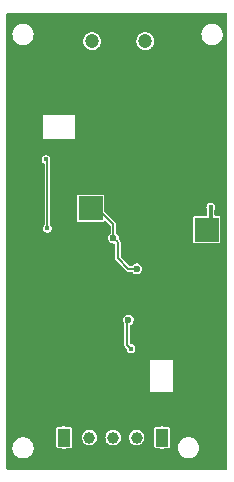
<source format=gbr>
%TF.GenerationSoftware,KiCad,Pcbnew,(6.0.2-0)*%
%TF.CreationDate,2022-03-31T23:17:21+02:00*%
%TF.ProjectId,BadPico,42616450-6963-46f2-9e6b-696361645f70,rev?*%
%TF.SameCoordinates,Original*%
%TF.FileFunction,Copper,L2,Bot*%
%TF.FilePolarity,Positive*%
%FSLAX46Y46*%
G04 Gerber Fmt 4.6, Leading zero omitted, Abs format (unit mm)*
G04 Created by KiCad (PCBNEW (6.0.2-0)) date 2022-03-31 23:17:21*
%MOMM*%
%LPD*%
G01*
G04 APERTURE LIST*
%TA.AperFunction,WasherPad*%
%ADD10R,1.000000X1.500000*%
%TD*%
%TA.AperFunction,ComponentPad*%
%ADD11C,1.000000*%
%TD*%
%TA.AperFunction,ComponentPad*%
%ADD12C,0.600000*%
%TD*%
%TA.AperFunction,WasherPad*%
%ADD13C,1.200000*%
%TD*%
%TA.AperFunction,ComponentPad*%
%ADD14O,1.200000X4.012500*%
%TD*%
%TA.AperFunction,SMDPad,CuDef*%
%ADD15R,2.000000X2.000000*%
%TD*%
%TA.AperFunction,ViaPad*%
%ADD16C,0.400000*%
%TD*%
%TA.AperFunction,ViaPad*%
%ADD17C,0.600000*%
%TD*%
%TA.AperFunction,Conductor*%
%ADD18C,0.300000*%
%TD*%
%TA.AperFunction,Conductor*%
%ADD19C,0.150000*%
%TD*%
%TA.AperFunction,Conductor*%
%ADD20C,0.200000*%
%TD*%
G04 APERTURE END LIST*
D10*
%TO.P,SW1,*%
%TO.N,*%
X116975000Y-66135000D03*
X108675000Y-66135000D03*
D11*
%TO.P,SW1,1,A*%
%TO.N,Net-(U3-Pad2)*%
X110825000Y-66135000D03*
%TO.P,SW1,2,B*%
%TO.N,Net-(SW1-Pad2)*%
X112825000Y-66135000D03*
%TO.P,SW1,3*%
%TO.N,N/C*%
X114825000Y-66135000D03*
%TD*%
D12*
%TO.P,U3,57,GND*%
%TO.N,GND*%
X112145000Y-55390000D03*
X114695000Y-54115000D03*
X114695000Y-55390000D03*
X113420000Y-52840000D03*
X114695000Y-52840000D03*
X113420000Y-54115000D03*
X112145000Y-52840000D03*
X113420000Y-55390000D03*
X112145000Y-54115000D03*
%TD*%
D13*
%TO.P,J1,*%
%TO.N,*%
X115550000Y-32575000D03*
X111050000Y-32575000D03*
D14*
%TO.P,J1,5,Shield*%
%TO.N,GND*%
X107600000Y-32575000D03*
X119000000Y-32575000D03*
%TD*%
D15*
%TO.P,TP4,1,1*%
%TO.N,+3V3*%
X120745000Y-48525000D03*
%TD*%
%TO.P,TP3,1,1*%
%TO.N,+1V1*%
X110920000Y-46735000D03*
%TD*%
%TO.P,TP5,1,1*%
%TO.N,GND*%
X105355000Y-53765000D03*
%TD*%
D16*
%TO.N,+3V3*%
X121105000Y-46610000D03*
%TO.N,GND*%
X120315000Y-43570000D03*
X107000000Y-55130000D03*
X113360000Y-61005000D03*
X104875000Y-62685000D03*
X116585000Y-47655000D03*
X111615000Y-62695000D03*
X110330000Y-37510000D03*
X104315000Y-41575000D03*
X121625000Y-52060000D03*
X111310000Y-58445000D03*
X111615000Y-59785000D03*
X117110000Y-42965000D03*
X106985000Y-52210000D03*
X112800000Y-46685000D03*
X114680000Y-63030000D03*
X114340000Y-61000000D03*
X118385000Y-54460000D03*
X108135000Y-62760000D03*
X109835000Y-48380000D03*
X113730000Y-47730000D03*
X119375000Y-58485000D03*
X119810000Y-43070000D03*
D17*
%TO.N,+1V1*%
X114120000Y-56185000D03*
X112859464Y-49235536D03*
D16*
X114350000Y-58605000D03*
D17*
X114825000Y-51835000D03*
D16*
%TO.N,/FLASH_SS*%
X107150000Y-42585000D03*
X107265000Y-48420000D03*
%TD*%
D18*
%TO.N,+3V3*%
X121105000Y-46610000D02*
X121105000Y-48165000D01*
X121105000Y-48165000D02*
X120745000Y-48525000D01*
D19*
%TO.N,+1V1*%
X111500000Y-46735000D02*
X110920000Y-46735000D01*
D20*
X112859464Y-49235536D02*
X113215000Y-49591072D01*
X114350000Y-58605000D02*
X114020000Y-58275000D01*
X113215000Y-49591072D02*
X113215000Y-50945000D01*
D19*
X112859464Y-49235536D02*
X112859464Y-48094464D01*
D20*
X114020000Y-56285000D02*
X114120000Y-56185000D01*
X114105000Y-51835000D02*
X114825000Y-51835000D01*
X113215000Y-50945000D02*
X114105000Y-51835000D01*
D19*
X112859464Y-48094464D02*
X111500000Y-46735000D01*
D20*
X114020000Y-58275000D02*
X114020000Y-56285000D01*
D19*
%TO.N,/FLASH_SS*%
X107265000Y-42700000D02*
X107150000Y-42585000D01*
X107265000Y-48420000D02*
X107265000Y-42700000D01*
%TD*%
%TA.AperFunction,Conductor*%
%TO.N,GND*%
G36*
X122442121Y-30170002D02*
G01*
X122488614Y-30223658D01*
X122500000Y-30276000D01*
X122500000Y-68724000D01*
X122479998Y-68792121D01*
X122426342Y-68838614D01*
X122374000Y-68850000D01*
X103926000Y-68850000D01*
X103857879Y-68829998D01*
X103811386Y-68776342D01*
X103800000Y-68724000D01*
X103800000Y-67000000D01*
X104295043Y-67000000D01*
X104295733Y-67006565D01*
X104304369Y-67088729D01*
X104314818Y-67188151D01*
X104373281Y-67368079D01*
X104376584Y-67373800D01*
X104464571Y-67526200D01*
X104464574Y-67526204D01*
X104467874Y-67531920D01*
X104594466Y-67672514D01*
X104747521Y-67783716D01*
X104753550Y-67786400D01*
X104753553Y-67786402D01*
X104890289Y-67847280D01*
X104920353Y-67860665D01*
X105105406Y-67900000D01*
X105294594Y-67900000D01*
X105479647Y-67860665D01*
X105509711Y-67847280D01*
X105646447Y-67786402D01*
X105646450Y-67786400D01*
X105652479Y-67783716D01*
X105805534Y-67672514D01*
X105932126Y-67531920D01*
X105935426Y-67526204D01*
X105935429Y-67526200D01*
X106023416Y-67373800D01*
X106026719Y-67368079D01*
X106085182Y-67188151D01*
X106095632Y-67088729D01*
X106104267Y-67006565D01*
X106104957Y-67000000D01*
X106094428Y-66899820D01*
X108024500Y-66899820D01*
X108033233Y-66943722D01*
X108040127Y-66954040D01*
X108040128Y-66954042D01*
X108059601Y-66983185D01*
X108066496Y-66993504D01*
X108076815Y-67000399D01*
X108105958Y-67019872D01*
X108105960Y-67019873D01*
X108116278Y-67026767D01*
X108160180Y-67035500D01*
X108400765Y-67035500D01*
X108454414Y-67047492D01*
X108480174Y-67059614D01*
X108487957Y-67061099D01*
X108487958Y-67061099D01*
X108627626Y-67087742D01*
X108627628Y-67087742D01*
X108635412Y-67089227D01*
X108793138Y-67079304D01*
X108908971Y-67041667D01*
X108947908Y-67035500D01*
X109189820Y-67035500D01*
X109233722Y-67026767D01*
X109244040Y-67019873D01*
X109244042Y-67019872D01*
X109273185Y-67000399D01*
X109283504Y-66993504D01*
X109290399Y-66983185D01*
X109309872Y-66954042D01*
X109309873Y-66954040D01*
X109316767Y-66943722D01*
X109325500Y-66899820D01*
X116324500Y-66899820D01*
X116333233Y-66943722D01*
X116340127Y-66954040D01*
X116340128Y-66954042D01*
X116359601Y-66983185D01*
X116366496Y-66993504D01*
X116376815Y-67000399D01*
X116405958Y-67019872D01*
X116405960Y-67019873D01*
X116416278Y-67026767D01*
X116460180Y-67035500D01*
X116700765Y-67035500D01*
X116754414Y-67047492D01*
X116780174Y-67059614D01*
X116787957Y-67061099D01*
X116787958Y-67061099D01*
X116927626Y-67087742D01*
X116927628Y-67087742D01*
X116935412Y-67089227D01*
X117093138Y-67079304D01*
X117208971Y-67041667D01*
X117247908Y-67035500D01*
X117489820Y-67035500D01*
X117533722Y-67026767D01*
X117544040Y-67019873D01*
X117544042Y-67019872D01*
X117573185Y-67000399D01*
X117573782Y-67000000D01*
X118300043Y-67000000D01*
X118300733Y-67006565D01*
X118309369Y-67088729D01*
X118319818Y-67188151D01*
X118378281Y-67368079D01*
X118381584Y-67373800D01*
X118469571Y-67526200D01*
X118469574Y-67526204D01*
X118472874Y-67531920D01*
X118599466Y-67672514D01*
X118752521Y-67783716D01*
X118758550Y-67786400D01*
X118758553Y-67786402D01*
X118895289Y-67847280D01*
X118925353Y-67860665D01*
X119110406Y-67900000D01*
X119299594Y-67900000D01*
X119484647Y-67860665D01*
X119514711Y-67847280D01*
X119651447Y-67786402D01*
X119651450Y-67786400D01*
X119657479Y-67783716D01*
X119810534Y-67672514D01*
X119937126Y-67531920D01*
X119940426Y-67526204D01*
X119940429Y-67526200D01*
X120028416Y-67373800D01*
X120031719Y-67368079D01*
X120090182Y-67188151D01*
X120100632Y-67088729D01*
X120109267Y-67006565D01*
X120109957Y-67000000D01*
X120090182Y-66811849D01*
X120031719Y-66631921D01*
X119999281Y-66575736D01*
X119940429Y-66473800D01*
X119940426Y-66473796D01*
X119937126Y-66468080D01*
X119921462Y-66450683D01*
X119814949Y-66332389D01*
X119814947Y-66332388D01*
X119810534Y-66327486D01*
X119761369Y-66291765D01*
X119662821Y-66220165D01*
X119662819Y-66220164D01*
X119657479Y-66216284D01*
X119651450Y-66213600D01*
X119651447Y-66213598D01*
X119490682Y-66142022D01*
X119490683Y-66142022D01*
X119484647Y-66139335D01*
X119299594Y-66100000D01*
X119110406Y-66100000D01*
X119017880Y-66119667D01*
X118931811Y-66137962D01*
X118931808Y-66137963D01*
X118925353Y-66139335D01*
X118858303Y-66169188D01*
X118758552Y-66213599D01*
X118758550Y-66213600D01*
X118752522Y-66216284D01*
X118599466Y-66327486D01*
X118595053Y-66332388D01*
X118595051Y-66332389D01*
X118488538Y-66450683D01*
X118472874Y-66468080D01*
X118469574Y-66473796D01*
X118469571Y-66473800D01*
X118410719Y-66575736D01*
X118378281Y-66631921D01*
X118319818Y-66811849D01*
X118300043Y-67000000D01*
X117573782Y-67000000D01*
X117583504Y-66993504D01*
X117590399Y-66983185D01*
X117609872Y-66954042D01*
X117609873Y-66954040D01*
X117616767Y-66943722D01*
X117625500Y-66899820D01*
X117625500Y-65370180D01*
X117616767Y-65326278D01*
X117609873Y-65315960D01*
X117609872Y-65315958D01*
X117590399Y-65286815D01*
X117583504Y-65276496D01*
X117573185Y-65269601D01*
X117544042Y-65250128D01*
X117544040Y-65250127D01*
X117533722Y-65243233D01*
X117489820Y-65234500D01*
X117249235Y-65234500D01*
X117195586Y-65222508D01*
X117169826Y-65210386D01*
X117162043Y-65208901D01*
X117162042Y-65208901D01*
X117022374Y-65182258D01*
X117022372Y-65182258D01*
X117014588Y-65180773D01*
X116856862Y-65190696D01*
X116758956Y-65222508D01*
X116741029Y-65228333D01*
X116702092Y-65234500D01*
X116460180Y-65234500D01*
X116416278Y-65243233D01*
X116405960Y-65250127D01*
X116405958Y-65250128D01*
X116376815Y-65269601D01*
X116366496Y-65276496D01*
X116359601Y-65286815D01*
X116340128Y-65315958D01*
X116340127Y-65315960D01*
X116333233Y-65326278D01*
X116324500Y-65370180D01*
X116324500Y-66899820D01*
X109325500Y-66899820D01*
X109325500Y-66128138D01*
X110169758Y-66128138D01*
X110187035Y-66284633D01*
X110241143Y-66432490D01*
X110245380Y-66438796D01*
X110245382Y-66438799D01*
X110268902Y-66473800D01*
X110328958Y-66563172D01*
X110445410Y-66669135D01*
X110452085Y-66672759D01*
X110577099Y-66740637D01*
X110577101Y-66740638D01*
X110583776Y-66744262D01*
X110591125Y-66746190D01*
X110728719Y-66782287D01*
X110728721Y-66782287D01*
X110736069Y-66784215D01*
X110819380Y-66785524D01*
X110885898Y-66786569D01*
X110885901Y-66786569D01*
X110893495Y-66786688D01*
X111046968Y-66751538D01*
X111187625Y-66680795D01*
X111251548Y-66626200D01*
X111301574Y-66583474D01*
X111301576Y-66583471D01*
X111307348Y-66578542D01*
X111399224Y-66450683D01*
X111457950Y-66304598D01*
X111464953Y-66255393D01*
X111479553Y-66152807D01*
X111479553Y-66152804D01*
X111480134Y-66148723D01*
X111480278Y-66135000D01*
X111479448Y-66128138D01*
X112169758Y-66128138D01*
X112187035Y-66284633D01*
X112241143Y-66432490D01*
X112245380Y-66438796D01*
X112245382Y-66438799D01*
X112268902Y-66473800D01*
X112328958Y-66563172D01*
X112445410Y-66669135D01*
X112452085Y-66672759D01*
X112577099Y-66740637D01*
X112577101Y-66740638D01*
X112583776Y-66744262D01*
X112591125Y-66746190D01*
X112728719Y-66782287D01*
X112728721Y-66782287D01*
X112736069Y-66784215D01*
X112819380Y-66785524D01*
X112885898Y-66786569D01*
X112885901Y-66786569D01*
X112893495Y-66786688D01*
X113046968Y-66751538D01*
X113187625Y-66680795D01*
X113251548Y-66626200D01*
X113301574Y-66583474D01*
X113301576Y-66583471D01*
X113307348Y-66578542D01*
X113399224Y-66450683D01*
X113457950Y-66304598D01*
X113464953Y-66255393D01*
X113479553Y-66152807D01*
X113479553Y-66152804D01*
X113480134Y-66148723D01*
X113480278Y-66135000D01*
X113479448Y-66128138D01*
X114169758Y-66128138D01*
X114187035Y-66284633D01*
X114241143Y-66432490D01*
X114245380Y-66438796D01*
X114245382Y-66438799D01*
X114268902Y-66473800D01*
X114328958Y-66563172D01*
X114445410Y-66669135D01*
X114452085Y-66672759D01*
X114577099Y-66740637D01*
X114577101Y-66740638D01*
X114583776Y-66744262D01*
X114591125Y-66746190D01*
X114728719Y-66782287D01*
X114728721Y-66782287D01*
X114736069Y-66784215D01*
X114819380Y-66785524D01*
X114885898Y-66786569D01*
X114885901Y-66786569D01*
X114893495Y-66786688D01*
X115046968Y-66751538D01*
X115187625Y-66680795D01*
X115251548Y-66626200D01*
X115301574Y-66583474D01*
X115301576Y-66583471D01*
X115307348Y-66578542D01*
X115399224Y-66450683D01*
X115457950Y-66304598D01*
X115464953Y-66255393D01*
X115479553Y-66152807D01*
X115479553Y-66152804D01*
X115480134Y-66148723D01*
X115480278Y-66135000D01*
X115461363Y-65978694D01*
X115405710Y-65831412D01*
X115316531Y-65701657D01*
X115269971Y-65660174D01*
X115204648Y-65601972D01*
X115204645Y-65601970D01*
X115198976Y-65596919D01*
X115059831Y-65523245D01*
X115043122Y-65519048D01*
X114914498Y-65486740D01*
X114914496Y-65486740D01*
X114907128Y-65484889D01*
X114899530Y-65484849D01*
X114899528Y-65484849D01*
X114832319Y-65484497D01*
X114749684Y-65484065D01*
X114742305Y-65485837D01*
X114742301Y-65485837D01*
X114603967Y-65519048D01*
X114603963Y-65519049D01*
X114596588Y-65520820D01*
X114456679Y-65593032D01*
X114450957Y-65598024D01*
X114450955Y-65598025D01*
X114343759Y-65691538D01*
X114343756Y-65691541D01*
X114338034Y-65696533D01*
X114247501Y-65825348D01*
X114190309Y-65972039D01*
X114189318Y-65979568D01*
X114173282Y-66101373D01*
X114169758Y-66128138D01*
X113479448Y-66128138D01*
X113461363Y-65978694D01*
X113405710Y-65831412D01*
X113316531Y-65701657D01*
X113269971Y-65660174D01*
X113204648Y-65601972D01*
X113204645Y-65601970D01*
X113198976Y-65596919D01*
X113059831Y-65523245D01*
X113043122Y-65519048D01*
X112914498Y-65486740D01*
X112914496Y-65486740D01*
X112907128Y-65484889D01*
X112899530Y-65484849D01*
X112899528Y-65484849D01*
X112832319Y-65484497D01*
X112749684Y-65484065D01*
X112742305Y-65485837D01*
X112742301Y-65485837D01*
X112603967Y-65519048D01*
X112603963Y-65519049D01*
X112596588Y-65520820D01*
X112456679Y-65593032D01*
X112450957Y-65598024D01*
X112450955Y-65598025D01*
X112343759Y-65691538D01*
X112343756Y-65691541D01*
X112338034Y-65696533D01*
X112247501Y-65825348D01*
X112190309Y-65972039D01*
X112189318Y-65979568D01*
X112173282Y-66101373D01*
X112169758Y-66128138D01*
X111479448Y-66128138D01*
X111461363Y-65978694D01*
X111405710Y-65831412D01*
X111316531Y-65701657D01*
X111269971Y-65660174D01*
X111204648Y-65601972D01*
X111204645Y-65601970D01*
X111198976Y-65596919D01*
X111059831Y-65523245D01*
X111043122Y-65519048D01*
X110914498Y-65486740D01*
X110914496Y-65486740D01*
X110907128Y-65484889D01*
X110899530Y-65484849D01*
X110899528Y-65484849D01*
X110832319Y-65484497D01*
X110749684Y-65484065D01*
X110742305Y-65485837D01*
X110742301Y-65485837D01*
X110603967Y-65519048D01*
X110603963Y-65519049D01*
X110596588Y-65520820D01*
X110456679Y-65593032D01*
X110450957Y-65598024D01*
X110450955Y-65598025D01*
X110343759Y-65691538D01*
X110343756Y-65691541D01*
X110338034Y-65696533D01*
X110247501Y-65825348D01*
X110190309Y-65972039D01*
X110189318Y-65979568D01*
X110173282Y-66101373D01*
X110169758Y-66128138D01*
X109325500Y-66128138D01*
X109325500Y-65370180D01*
X109316767Y-65326278D01*
X109309873Y-65315960D01*
X109309872Y-65315958D01*
X109290399Y-65286815D01*
X109283504Y-65276496D01*
X109273185Y-65269601D01*
X109244042Y-65250128D01*
X109244040Y-65250127D01*
X109233722Y-65243233D01*
X109189820Y-65234500D01*
X108949235Y-65234500D01*
X108895586Y-65222508D01*
X108869826Y-65210386D01*
X108862043Y-65208901D01*
X108862042Y-65208901D01*
X108722374Y-65182258D01*
X108722372Y-65182258D01*
X108714588Y-65180773D01*
X108556862Y-65190696D01*
X108458956Y-65222508D01*
X108441029Y-65228333D01*
X108402092Y-65234500D01*
X108160180Y-65234500D01*
X108116278Y-65243233D01*
X108105960Y-65250127D01*
X108105958Y-65250128D01*
X108076815Y-65269601D01*
X108066496Y-65276496D01*
X108059601Y-65286815D01*
X108040128Y-65315958D01*
X108040127Y-65315960D01*
X108033233Y-65326278D01*
X108024500Y-65370180D01*
X108024500Y-66899820D01*
X106094428Y-66899820D01*
X106085182Y-66811849D01*
X106026719Y-66631921D01*
X105994281Y-66575736D01*
X105935429Y-66473800D01*
X105935426Y-66473796D01*
X105932126Y-66468080D01*
X105916462Y-66450683D01*
X105809949Y-66332389D01*
X105809947Y-66332388D01*
X105805534Y-66327486D01*
X105756369Y-66291765D01*
X105657821Y-66220165D01*
X105657819Y-66220164D01*
X105652479Y-66216284D01*
X105646450Y-66213600D01*
X105646447Y-66213598D01*
X105485682Y-66142022D01*
X105485683Y-66142022D01*
X105479647Y-66139335D01*
X105294594Y-66100000D01*
X105105406Y-66100000D01*
X105012880Y-66119667D01*
X104926811Y-66137962D01*
X104926808Y-66137963D01*
X104920353Y-66139335D01*
X104853303Y-66169188D01*
X104753552Y-66213599D01*
X104753550Y-66213600D01*
X104747522Y-66216284D01*
X104594466Y-66327486D01*
X104590053Y-66332388D01*
X104590051Y-66332389D01*
X104483538Y-66450683D01*
X104467874Y-66468080D01*
X104464574Y-66473796D01*
X104464571Y-66473800D01*
X104405719Y-66575736D01*
X104373281Y-66631921D01*
X104314818Y-66811849D01*
X104295043Y-67000000D01*
X103800000Y-67000000D01*
X103800000Y-62290000D01*
X115945000Y-62290000D01*
X117935000Y-62290000D01*
X117935000Y-59580000D01*
X115945000Y-59580000D01*
X115945000Y-62290000D01*
X103800000Y-62290000D01*
X103800000Y-56179440D01*
X113664901Y-56179440D01*
X113666065Y-56188342D01*
X113666065Y-56188345D01*
X113680468Y-56298489D01*
X113680469Y-56298493D01*
X113681633Y-56307394D01*
X113733605Y-56425510D01*
X113739380Y-56432380D01*
X113739383Y-56432385D01*
X113739948Y-56433057D01*
X113740298Y-56433855D01*
X113744126Y-56440005D01*
X113743239Y-56440557D01*
X113768472Y-56498071D01*
X113769500Y-56514135D01*
X113769500Y-58237915D01*
X113767079Y-58262496D01*
X113764592Y-58275000D01*
X113784034Y-58372741D01*
X113803943Y-58402536D01*
X113839399Y-58455601D01*
X113849714Y-58462493D01*
X113849716Y-58462495D01*
X113850005Y-58462688D01*
X113869098Y-58478358D01*
X113942007Y-58551267D01*
X113977361Y-58620651D01*
X113993242Y-58720918D01*
X113997743Y-58729752D01*
X113997744Y-58729755D01*
X114019229Y-58771921D01*
X114046523Y-58825489D01*
X114129511Y-58908477D01*
X114183079Y-58935771D01*
X114225245Y-58957256D01*
X114225248Y-58957257D01*
X114234082Y-58961758D01*
X114350000Y-58980118D01*
X114465918Y-58961758D01*
X114474752Y-58957257D01*
X114474755Y-58957256D01*
X114516921Y-58935771D01*
X114570489Y-58908477D01*
X114653477Y-58825489D01*
X114680771Y-58771921D01*
X114702256Y-58729755D01*
X114702257Y-58729752D01*
X114706758Y-58720918D01*
X114725118Y-58605000D01*
X114706758Y-58489082D01*
X114702257Y-58480248D01*
X114702256Y-58480245D01*
X114662661Y-58402536D01*
X114653477Y-58384511D01*
X114570489Y-58301523D01*
X114516921Y-58274229D01*
X114474755Y-58252744D01*
X114474752Y-58252743D01*
X114465918Y-58248242D01*
X114376789Y-58234125D01*
X114312636Y-58203712D01*
X114275109Y-58143444D01*
X114270500Y-58109676D01*
X114270500Y-56691767D01*
X114290502Y-56623646D01*
X114330571Y-56584393D01*
X114410724Y-56535179D01*
X114416750Y-56528522D01*
X114491300Y-56446161D01*
X114491303Y-56446157D01*
X114497322Y-56439507D01*
X114553588Y-56323375D01*
X114574997Y-56196120D01*
X114575133Y-56185000D01*
X114556839Y-56057259D01*
X114503428Y-55939788D01*
X114419193Y-55842028D01*
X114310906Y-55771841D01*
X114302311Y-55769271D01*
X114302310Y-55769270D01*
X114195874Y-55737438D01*
X114195872Y-55737438D01*
X114187273Y-55734866D01*
X114178298Y-55734811D01*
X114178297Y-55734811D01*
X114123641Y-55734477D01*
X114058231Y-55734078D01*
X114046475Y-55737438D01*
X113942786Y-55767072D01*
X113942784Y-55767073D01*
X113934155Y-55769539D01*
X113825019Y-55838399D01*
X113739596Y-55935122D01*
X113735782Y-55943245D01*
X113735781Y-55943247D01*
X113709794Y-55998598D01*
X113684754Y-56051932D01*
X113683374Y-56060798D01*
X113666282Y-56170567D01*
X113666282Y-56170571D01*
X113664901Y-56179440D01*
X103800000Y-56179440D01*
X103800000Y-42585000D01*
X106774882Y-42585000D01*
X106793242Y-42700918D01*
X106797743Y-42709752D01*
X106797744Y-42709755D01*
X106819229Y-42751921D01*
X106846523Y-42805489D01*
X106929511Y-42888477D01*
X106970703Y-42909465D01*
X107022318Y-42958214D01*
X107039500Y-43021732D01*
X107039500Y-48069344D01*
X107019498Y-48137465D01*
X107002595Y-48158439D01*
X106961523Y-48199511D01*
X106940863Y-48240059D01*
X106912744Y-48295245D01*
X106912743Y-48295248D01*
X106908242Y-48304082D01*
X106889882Y-48420000D01*
X106908242Y-48535918D01*
X106912743Y-48544752D01*
X106912744Y-48544755D01*
X106934229Y-48586921D01*
X106961523Y-48640489D01*
X107044511Y-48723477D01*
X107098079Y-48750771D01*
X107140245Y-48772256D01*
X107140248Y-48772257D01*
X107149082Y-48776758D01*
X107265000Y-48795118D01*
X107380918Y-48776758D01*
X107389752Y-48772257D01*
X107389755Y-48772256D01*
X107431921Y-48750771D01*
X107485489Y-48723477D01*
X107568477Y-48640489D01*
X107595771Y-48586921D01*
X107617256Y-48544755D01*
X107617257Y-48544752D01*
X107621758Y-48535918D01*
X107640118Y-48420000D01*
X107621758Y-48304082D01*
X107617257Y-48295248D01*
X107617256Y-48295245D01*
X107589137Y-48240059D01*
X107568477Y-48199511D01*
X107527405Y-48158439D01*
X107493379Y-48096127D01*
X107490500Y-48069344D01*
X107490500Y-47749820D01*
X109769500Y-47749820D01*
X109778233Y-47793722D01*
X109785127Y-47804040D01*
X109785128Y-47804042D01*
X109804601Y-47833185D01*
X109811496Y-47843504D01*
X109821815Y-47850399D01*
X109850958Y-47869872D01*
X109850960Y-47869873D01*
X109861278Y-47876767D01*
X109905180Y-47885500D01*
X111934820Y-47885500D01*
X111978722Y-47876767D01*
X111989040Y-47869873D01*
X111989042Y-47869872D01*
X112018185Y-47850399D01*
X112028504Y-47843504D01*
X112047787Y-47814644D01*
X112102260Y-47769118D01*
X112172703Y-47760268D01*
X112241646Y-47795551D01*
X112597059Y-48150964D01*
X112631085Y-48213276D01*
X112633964Y-48240059D01*
X112633964Y-48775612D01*
X112613962Y-48843733D01*
X112575197Y-48882175D01*
X112564483Y-48888935D01*
X112479060Y-48985658D01*
X112475246Y-48993781D01*
X112475245Y-48993783D01*
X112449258Y-49049134D01*
X112424218Y-49102468D01*
X112422838Y-49111334D01*
X112405746Y-49221103D01*
X112405746Y-49221107D01*
X112404365Y-49229976D01*
X112405529Y-49238878D01*
X112405529Y-49238881D01*
X112419932Y-49349025D01*
X112419933Y-49349029D01*
X112421097Y-49357930D01*
X112473069Y-49476046D01*
X112478846Y-49482919D01*
X112478847Y-49482920D01*
X112531776Y-49545887D01*
X112556103Y-49574827D01*
X112663524Y-49646332D01*
X112752402Y-49674100D01*
X112766065Y-49678368D01*
X112786697Y-49684814D01*
X112795669Y-49684978D01*
X112795672Y-49684979D01*
X112840809Y-49685806D01*
X112908552Y-49707053D01*
X112954054Y-49761552D01*
X112964500Y-49811785D01*
X112964500Y-50907915D01*
X112962079Y-50932496D01*
X112959592Y-50945000D01*
X112979034Y-51042741D01*
X112998943Y-51072536D01*
X113034399Y-51125601D01*
X113044714Y-51132493D01*
X113044716Y-51132495D01*
X113045005Y-51132688D01*
X113064098Y-51148358D01*
X113901642Y-51985902D01*
X113917312Y-52004995D01*
X113917505Y-52005284D01*
X113917507Y-52005286D01*
X113924399Y-52015601D01*
X113977464Y-52051057D01*
X114007259Y-52070966D01*
X114105000Y-52090408D01*
X114117171Y-52087987D01*
X114117172Y-52087987D01*
X114117504Y-52087921D01*
X114142085Y-52085500D01*
X114388314Y-52085500D01*
X114456435Y-52105502D01*
X114484765Y-52130425D01*
X114515861Y-52167418D01*
X114515863Y-52167420D01*
X114521639Y-52174291D01*
X114629060Y-52245796D01*
X114752233Y-52284278D01*
X114761203Y-52284442D01*
X114761207Y-52284443D01*
X114819942Y-52285519D01*
X114881255Y-52286643D01*
X114943505Y-52269672D01*
X114997092Y-52255062D01*
X114997093Y-52255062D01*
X115005755Y-52252700D01*
X115013405Y-52248003D01*
X115013407Y-52248002D01*
X115108072Y-52189878D01*
X115108075Y-52189875D01*
X115115724Y-52185179D01*
X115121750Y-52178522D01*
X115196300Y-52096161D01*
X115196303Y-52096157D01*
X115202322Y-52089507D01*
X115258588Y-51973375D01*
X115279997Y-51846120D01*
X115280133Y-51835000D01*
X115261839Y-51707259D01*
X115208428Y-51589788D01*
X115124193Y-51492028D01*
X115015906Y-51421841D01*
X115007311Y-51419271D01*
X115007310Y-51419270D01*
X114900874Y-51387438D01*
X114900872Y-51387438D01*
X114892273Y-51384866D01*
X114883298Y-51384811D01*
X114883297Y-51384811D01*
X114828641Y-51384477D01*
X114763231Y-51384078D01*
X114751475Y-51387438D01*
X114647786Y-51417072D01*
X114647784Y-51417073D01*
X114639155Y-51419539D01*
X114530019Y-51488399D01*
X114492069Y-51531368D01*
X114482761Y-51541908D01*
X114422675Y-51579726D01*
X114388320Y-51584500D01*
X114260950Y-51584500D01*
X114192829Y-51564498D01*
X114171855Y-51547595D01*
X113502405Y-50878145D01*
X113468379Y-50815833D01*
X113465500Y-50789050D01*
X113465500Y-49628162D01*
X113467921Y-49603579D01*
X113467988Y-49603242D01*
X113470409Y-49591072D01*
X113460214Y-49539820D01*
X119594500Y-49539820D01*
X119603233Y-49583722D01*
X119610127Y-49594040D01*
X119610128Y-49594042D01*
X119616501Y-49603579D01*
X119636496Y-49633504D01*
X119646815Y-49640399D01*
X119675958Y-49659872D01*
X119675960Y-49659873D01*
X119686278Y-49666767D01*
X119730180Y-49675500D01*
X121759820Y-49675500D01*
X121803722Y-49666767D01*
X121814040Y-49659873D01*
X121814042Y-49659872D01*
X121843185Y-49640399D01*
X121853504Y-49633504D01*
X121873499Y-49603579D01*
X121879872Y-49594042D01*
X121879873Y-49594040D01*
X121886767Y-49583722D01*
X121895500Y-49539820D01*
X121895500Y-47510180D01*
X121886767Y-47466278D01*
X121879873Y-47455960D01*
X121879872Y-47455958D01*
X121860399Y-47426815D01*
X121853504Y-47416496D01*
X121843185Y-47409601D01*
X121814042Y-47390128D01*
X121814040Y-47390127D01*
X121803722Y-47383233D01*
X121759820Y-47374500D01*
X121531500Y-47374500D01*
X121463379Y-47354498D01*
X121416886Y-47300842D01*
X121405500Y-47248500D01*
X121405500Y-46866581D01*
X121419233Y-46809379D01*
X121457256Y-46734755D01*
X121457257Y-46734752D01*
X121461758Y-46725918D01*
X121480118Y-46610000D01*
X121461758Y-46494082D01*
X121457257Y-46485248D01*
X121457256Y-46485245D01*
X121435771Y-46443079D01*
X121408477Y-46389511D01*
X121325489Y-46306523D01*
X121271921Y-46279229D01*
X121229755Y-46257744D01*
X121229752Y-46257743D01*
X121220918Y-46253242D01*
X121105000Y-46234882D01*
X120989082Y-46253242D01*
X120980248Y-46257743D01*
X120980245Y-46257744D01*
X120938079Y-46279229D01*
X120884511Y-46306523D01*
X120801523Y-46389511D01*
X120774229Y-46443079D01*
X120752744Y-46485245D01*
X120752743Y-46485248D01*
X120748242Y-46494082D01*
X120729882Y-46610000D01*
X120748242Y-46725918D01*
X120752743Y-46734752D01*
X120752744Y-46734755D01*
X120790767Y-46809379D01*
X120804500Y-46866581D01*
X120804500Y-47248500D01*
X120784498Y-47316621D01*
X120730842Y-47363114D01*
X120678500Y-47374500D01*
X119730180Y-47374500D01*
X119686278Y-47383233D01*
X119675960Y-47390127D01*
X119675958Y-47390128D01*
X119646815Y-47409601D01*
X119636496Y-47416496D01*
X119629601Y-47426815D01*
X119610128Y-47455958D01*
X119610127Y-47455960D01*
X119603233Y-47466278D01*
X119594500Y-47510180D01*
X119594500Y-49539820D01*
X113460214Y-49539820D01*
X113450966Y-49493332D01*
X113409578Y-49431389D01*
X113409577Y-49431388D01*
X113395601Y-49410471D01*
X113385286Y-49403579D01*
X113385284Y-49403577D01*
X113385001Y-49403388D01*
X113365910Y-49387721D01*
X113362957Y-49384768D01*
X113347493Y-49369305D01*
X113313467Y-49306995D01*
X113312334Y-49259301D01*
X113313654Y-49251458D01*
X113313655Y-49251447D01*
X113314461Y-49246656D01*
X113314597Y-49235536D01*
X113296303Y-49107795D01*
X113242892Y-48990324D01*
X113158657Y-48892564D01*
X113151129Y-48887684D01*
X113151127Y-48887683D01*
X113144858Y-48883620D01*
X113142434Y-48882049D01*
X113096149Y-48828214D01*
X113084964Y-48776315D01*
X113084964Y-48103653D01*
X113085137Y-48097059D01*
X113086470Y-48071627D01*
X113086470Y-48071626D01*
X113087163Y-48058400D01*
X113079901Y-48039482D01*
X113074285Y-48020523D01*
X113072824Y-48013649D01*
X113070071Y-48000696D01*
X113062289Y-47989984D01*
X113060267Y-47985443D01*
X113057555Y-47981267D01*
X113052809Y-47968904D01*
X113038481Y-47954576D01*
X113025640Y-47939542D01*
X113021507Y-47933853D01*
X113021506Y-47933852D01*
X113013724Y-47923141D01*
X113002258Y-47916521D01*
X112992413Y-47907657D01*
X112992731Y-47907304D01*
X112986192Y-47902287D01*
X112107405Y-47023500D01*
X112073379Y-46961188D01*
X112070500Y-46934405D01*
X112070500Y-45720180D01*
X112061767Y-45676278D01*
X112054873Y-45665960D01*
X112054872Y-45665958D01*
X112035399Y-45636815D01*
X112028504Y-45626496D01*
X112018185Y-45619601D01*
X111989042Y-45600128D01*
X111989040Y-45600127D01*
X111978722Y-45593233D01*
X111934820Y-45584500D01*
X109905180Y-45584500D01*
X109861278Y-45593233D01*
X109850960Y-45600127D01*
X109850958Y-45600128D01*
X109821815Y-45619601D01*
X109811496Y-45626496D01*
X109804601Y-45636815D01*
X109785128Y-45665958D01*
X109785127Y-45665960D01*
X109778233Y-45676278D01*
X109769500Y-45720180D01*
X109769500Y-47749820D01*
X107490500Y-47749820D01*
X107490500Y-42763077D01*
X107500903Y-42719741D01*
X107499192Y-42719185D01*
X107502257Y-42709751D01*
X107506758Y-42700918D01*
X107525118Y-42585000D01*
X107506758Y-42469082D01*
X107502257Y-42460248D01*
X107502256Y-42460245D01*
X107480771Y-42418079D01*
X107453477Y-42364511D01*
X107370489Y-42281523D01*
X107316921Y-42254229D01*
X107274755Y-42232744D01*
X107274752Y-42232743D01*
X107265918Y-42228242D01*
X107150000Y-42209882D01*
X107034082Y-42228242D01*
X107025248Y-42232743D01*
X107025245Y-42232744D01*
X106983079Y-42254229D01*
X106929511Y-42281523D01*
X106846523Y-42364511D01*
X106819229Y-42418079D01*
X106797744Y-42460245D01*
X106797743Y-42460248D01*
X106793242Y-42469082D01*
X106774882Y-42585000D01*
X103800000Y-42585000D01*
X103800000Y-40845000D01*
X106895000Y-40845000D01*
X109605000Y-40845000D01*
X109605000Y-38855000D01*
X106895000Y-38855000D01*
X106895000Y-40845000D01*
X103800000Y-40845000D01*
X103800000Y-32000000D01*
X104295043Y-32000000D01*
X104295733Y-32006565D01*
X104311559Y-32157142D01*
X104314818Y-32188151D01*
X104373281Y-32368079D01*
X104376584Y-32373800D01*
X104464571Y-32526200D01*
X104464574Y-32526204D01*
X104467874Y-32531920D01*
X104472292Y-32536827D01*
X104472293Y-32536828D01*
X104574913Y-32650798D01*
X104594466Y-32672514D01*
X104599805Y-32676393D01*
X104727831Y-32769410D01*
X104747521Y-32783716D01*
X104753550Y-32786400D01*
X104753553Y-32786402D01*
X104823525Y-32817555D01*
X104920353Y-32860665D01*
X105105406Y-32900000D01*
X105294594Y-32900000D01*
X105479647Y-32860665D01*
X105576475Y-32817555D01*
X105646447Y-32786402D01*
X105646450Y-32786400D01*
X105652479Y-32783716D01*
X105672170Y-32769410D01*
X105800195Y-32676393D01*
X105805534Y-32672514D01*
X105825088Y-32650798D01*
X105902832Y-32564455D01*
X110294825Y-32564455D01*
X110295512Y-32571462D01*
X110295512Y-32571470D01*
X110296206Y-32578547D01*
X110296565Y-32598638D01*
X110295950Y-32608548D01*
X110295950Y-32608555D01*
X110295497Y-32615862D01*
X110296737Y-32623077D01*
X110296737Y-32623081D01*
X110304897Y-32670568D01*
X110306116Y-32679611D01*
X110311255Y-32732025D01*
X110313478Y-32738707D01*
X110316940Y-32749115D01*
X110321561Y-32767546D01*
X110325134Y-32788340D01*
X110328001Y-32795079D01*
X110328002Y-32795081D01*
X110345380Y-32835922D01*
X110348991Y-32845464D01*
X110364402Y-32891791D01*
X110368050Y-32897815D01*
X110368053Y-32897821D01*
X110375727Y-32910492D01*
X110383891Y-32926429D01*
X110393654Y-32949373D01*
X110410122Y-32971750D01*
X110422043Y-32987949D01*
X110428326Y-32997344D01*
X110451624Y-33035812D01*
X110456514Y-33040876D01*
X110456515Y-33040877D01*
X110469486Y-33054309D01*
X110480329Y-33067151D01*
X110497383Y-33090324D01*
X110502962Y-33095063D01*
X110502965Y-33095067D01*
X110530970Y-33118859D01*
X110540026Y-33127355D01*
X110562030Y-33150140D01*
X110568586Y-33156929D01*
X110574482Y-33160787D01*
X110574483Y-33160788D01*
X110593329Y-33173121D01*
X110605914Y-33182528D01*
X110630755Y-33203632D01*
X110637273Y-33206960D01*
X110637274Y-33206961D01*
X110666603Y-33221937D01*
X110678296Y-33228722D01*
X110709475Y-33249125D01*
X110716074Y-33251579D01*
X110716076Y-33251580D01*
X110740791Y-33260771D01*
X110754174Y-33266653D01*
X110786616Y-33283219D01*
X110822017Y-33291881D01*
X110835971Y-33296168D01*
X110867289Y-33307815D01*
X110874267Y-33308746D01*
X110874271Y-33308747D01*
X110897383Y-33311830D01*
X110904214Y-33312741D01*
X110917492Y-33315243D01*
X110942232Y-33321298D01*
X110951158Y-33323482D01*
X110951160Y-33323482D01*
X110956606Y-33324815D01*
X110962203Y-33325162D01*
X110962208Y-33325163D01*
X110965709Y-33325380D01*
X110965718Y-33325380D01*
X110967648Y-33325500D01*
X110991467Y-33325500D01*
X111008131Y-33326607D01*
X111034183Y-33330083D01*
X111041194Y-33329445D01*
X111041198Y-33329445D01*
X111078839Y-33326019D01*
X111089799Y-33325521D01*
X111090161Y-33325500D01*
X111093822Y-33325500D01*
X111097457Y-33325076D01*
X111097461Y-33325076D01*
X111111131Y-33323482D01*
X111125280Y-33321832D01*
X111128419Y-33321507D01*
X111201864Y-33314823D01*
X111208562Y-33312647D01*
X111209137Y-33312529D01*
X111214635Y-33311646D01*
X111216563Y-33311190D01*
X111223828Y-33310343D01*
X111230699Y-33307849D01*
X111230703Y-33307848D01*
X111291613Y-33285738D01*
X111295669Y-33284344D01*
X111355298Y-33264970D01*
X111355301Y-33264969D01*
X111361997Y-33262793D01*
X111368047Y-33259187D01*
X111374461Y-33256277D01*
X111374646Y-33256685D01*
X111374969Y-33256532D01*
X111374906Y-33256406D01*
X111381452Y-33253128D01*
X111388331Y-33250631D01*
X111445535Y-33213126D01*
X111450077Y-33210286D01*
X111455655Y-33206961D01*
X111506623Y-33176578D01*
X111511725Y-33171719D01*
X111517335Y-33167461D01*
X111517361Y-33167496D01*
X111527969Y-33159081D01*
X111528562Y-33158692D01*
X111528566Y-33158689D01*
X111534685Y-33154677D01*
X111564801Y-33122886D01*
X111579127Y-33107763D01*
X111583696Y-33103182D01*
X111628554Y-33060465D01*
X111633402Y-33053169D01*
X111646869Y-33036254D01*
X111650005Y-33032944D01*
X111650008Y-33032940D01*
X111655040Y-33027628D01*
X111685594Y-32975024D01*
X111689593Y-32968595D01*
X111717834Y-32926091D01*
X111717840Y-32926079D01*
X111721731Y-32920223D01*
X111726212Y-32908428D01*
X111735042Y-32889894D01*
X111742939Y-32876298D01*
X111759471Y-32821716D01*
X111762271Y-32813501D01*
X111779019Y-32769410D01*
X111779019Y-32769409D01*
X111781521Y-32762823D01*
X111783813Y-32746518D01*
X111787995Y-32727536D01*
X111791545Y-32715814D01*
X111793667Y-32708807D01*
X111796963Y-32655680D01*
X111797944Y-32645971D01*
X111804955Y-32596088D01*
X111805120Y-32584221D01*
X111805194Y-32578955D01*
X111805194Y-32578953D01*
X111805249Y-32575000D01*
X111804359Y-32567065D01*
X111804294Y-32564455D01*
X114794825Y-32564455D01*
X114795512Y-32571462D01*
X114795512Y-32571470D01*
X114796206Y-32578547D01*
X114796565Y-32598638D01*
X114795950Y-32608548D01*
X114795950Y-32608555D01*
X114795497Y-32615862D01*
X114796737Y-32623077D01*
X114796737Y-32623081D01*
X114804897Y-32670568D01*
X114806116Y-32679611D01*
X114811255Y-32732025D01*
X114813478Y-32738707D01*
X114816940Y-32749115D01*
X114821561Y-32767546D01*
X114825134Y-32788340D01*
X114828001Y-32795079D01*
X114828002Y-32795081D01*
X114845380Y-32835922D01*
X114848991Y-32845464D01*
X114864402Y-32891791D01*
X114868050Y-32897815D01*
X114868053Y-32897821D01*
X114875727Y-32910492D01*
X114883891Y-32926429D01*
X114893654Y-32949373D01*
X114910122Y-32971750D01*
X114922043Y-32987949D01*
X114928326Y-32997344D01*
X114951624Y-33035812D01*
X114956514Y-33040876D01*
X114956515Y-33040877D01*
X114969486Y-33054309D01*
X114980329Y-33067151D01*
X114997383Y-33090324D01*
X115002962Y-33095063D01*
X115002965Y-33095067D01*
X115030970Y-33118859D01*
X115040026Y-33127355D01*
X115062030Y-33150140D01*
X115068586Y-33156929D01*
X115074482Y-33160787D01*
X115074483Y-33160788D01*
X115093329Y-33173121D01*
X115105914Y-33182528D01*
X115130755Y-33203632D01*
X115137273Y-33206960D01*
X115137274Y-33206961D01*
X115166603Y-33221937D01*
X115178296Y-33228722D01*
X115209475Y-33249125D01*
X115216074Y-33251579D01*
X115216076Y-33251580D01*
X115240791Y-33260771D01*
X115254174Y-33266653D01*
X115286616Y-33283219D01*
X115322017Y-33291881D01*
X115335971Y-33296168D01*
X115367289Y-33307815D01*
X115374267Y-33308746D01*
X115374271Y-33308747D01*
X115397383Y-33311830D01*
X115404214Y-33312741D01*
X115417492Y-33315243D01*
X115442232Y-33321298D01*
X115451158Y-33323482D01*
X115451160Y-33323482D01*
X115456606Y-33324815D01*
X115462203Y-33325162D01*
X115462208Y-33325163D01*
X115465709Y-33325380D01*
X115465718Y-33325380D01*
X115467648Y-33325500D01*
X115491467Y-33325500D01*
X115508131Y-33326607D01*
X115534183Y-33330083D01*
X115541194Y-33329445D01*
X115541198Y-33329445D01*
X115578839Y-33326019D01*
X115589799Y-33325521D01*
X115590161Y-33325500D01*
X115593822Y-33325500D01*
X115597457Y-33325076D01*
X115597461Y-33325076D01*
X115611131Y-33323482D01*
X115625280Y-33321832D01*
X115628419Y-33321507D01*
X115701864Y-33314823D01*
X115708562Y-33312647D01*
X115709137Y-33312529D01*
X115714635Y-33311646D01*
X115716563Y-33311190D01*
X115723828Y-33310343D01*
X115730699Y-33307849D01*
X115730703Y-33307848D01*
X115791613Y-33285738D01*
X115795669Y-33284344D01*
X115855298Y-33264970D01*
X115855301Y-33264969D01*
X115861997Y-33262793D01*
X115868047Y-33259187D01*
X115874461Y-33256277D01*
X115874646Y-33256685D01*
X115874969Y-33256532D01*
X115874906Y-33256406D01*
X115881452Y-33253128D01*
X115888331Y-33250631D01*
X115945535Y-33213126D01*
X115950077Y-33210286D01*
X115955655Y-33206961D01*
X116006623Y-33176578D01*
X116011725Y-33171719D01*
X116017335Y-33167461D01*
X116017361Y-33167496D01*
X116027969Y-33159081D01*
X116028562Y-33158692D01*
X116028566Y-33158689D01*
X116034685Y-33154677D01*
X116064801Y-33122886D01*
X116079127Y-33107763D01*
X116083696Y-33103182D01*
X116128554Y-33060465D01*
X116133402Y-33053169D01*
X116146869Y-33036254D01*
X116150005Y-33032944D01*
X116150008Y-33032940D01*
X116155040Y-33027628D01*
X116185594Y-32975024D01*
X116189593Y-32968595D01*
X116217834Y-32926091D01*
X116217840Y-32926079D01*
X116221731Y-32920223D01*
X116226212Y-32908428D01*
X116235042Y-32889894D01*
X116242939Y-32876298D01*
X116259471Y-32821716D01*
X116262271Y-32813501D01*
X116279019Y-32769410D01*
X116279019Y-32769409D01*
X116281521Y-32762823D01*
X116283813Y-32746518D01*
X116287995Y-32727536D01*
X116291545Y-32715814D01*
X116293667Y-32708807D01*
X116296963Y-32655680D01*
X116297944Y-32645971D01*
X116304955Y-32596088D01*
X116305120Y-32584221D01*
X116305194Y-32578955D01*
X116305194Y-32578953D01*
X116305249Y-32575000D01*
X116304359Y-32567065D01*
X116303815Y-32545221D01*
X116304503Y-32534138D01*
X116294077Y-32473461D01*
X116293042Y-32466168D01*
X116291060Y-32448499D01*
X116286481Y-32407676D01*
X116282585Y-32396488D01*
X116277397Y-32376391D01*
X116276106Y-32368879D01*
X116274866Y-32361660D01*
X116252235Y-32308473D01*
X116249196Y-32300610D01*
X116231108Y-32248668D01*
X116222791Y-32235359D01*
X116213706Y-32217925D01*
X116209210Y-32207358D01*
X116206346Y-32200627D01*
X116197165Y-32188151D01*
X116174345Y-32157142D01*
X116168975Y-32149232D01*
X116145619Y-32111855D01*
X116145615Y-32111850D01*
X116141884Y-32105879D01*
X116128108Y-32092007D01*
X116116030Y-32077903D01*
X116106957Y-32065574D01*
X116102617Y-32059676D01*
X116064374Y-32027186D01*
X116056551Y-32019949D01*
X116043261Y-32006565D01*
X116036742Y-32000000D01*
X120300043Y-32000000D01*
X120300733Y-32006565D01*
X120316559Y-32157142D01*
X120319818Y-32188151D01*
X120378281Y-32368079D01*
X120381584Y-32373800D01*
X120469571Y-32526200D01*
X120469574Y-32526204D01*
X120472874Y-32531920D01*
X120477292Y-32536827D01*
X120477293Y-32536828D01*
X120579913Y-32650798D01*
X120599466Y-32672514D01*
X120604805Y-32676393D01*
X120732831Y-32769410D01*
X120752521Y-32783716D01*
X120758550Y-32786400D01*
X120758553Y-32786402D01*
X120828525Y-32817555D01*
X120925353Y-32860665D01*
X121110406Y-32900000D01*
X121299594Y-32900000D01*
X121484647Y-32860665D01*
X121581475Y-32817555D01*
X121651447Y-32786402D01*
X121651450Y-32786400D01*
X121657479Y-32783716D01*
X121677170Y-32769410D01*
X121805195Y-32676393D01*
X121810534Y-32672514D01*
X121830088Y-32650798D01*
X121932707Y-32536828D01*
X121932708Y-32536827D01*
X121937126Y-32531920D01*
X121940426Y-32526204D01*
X121940429Y-32526200D01*
X122028416Y-32373800D01*
X122031719Y-32368079D01*
X122090182Y-32188151D01*
X122093442Y-32157142D01*
X122109267Y-32006565D01*
X122109957Y-32000000D01*
X122104320Y-31946368D01*
X122090873Y-31818419D01*
X122090872Y-31818415D01*
X122090182Y-31811849D01*
X122031719Y-31631921D01*
X121999281Y-31575736D01*
X121940429Y-31473800D01*
X121940426Y-31473796D01*
X121937126Y-31468080D01*
X121810534Y-31327486D01*
X121657479Y-31216284D01*
X121651450Y-31213600D01*
X121651447Y-31213598D01*
X121490682Y-31142022D01*
X121490683Y-31142022D01*
X121484647Y-31139335D01*
X121299594Y-31100000D01*
X121110406Y-31100000D01*
X121017879Y-31119668D01*
X120931811Y-31137962D01*
X120931808Y-31137963D01*
X120925353Y-31139335D01*
X120919324Y-31142019D01*
X120919325Y-31142019D01*
X120758552Y-31213599D01*
X120758550Y-31213600D01*
X120752522Y-31216284D01*
X120599466Y-31327486D01*
X120472874Y-31468080D01*
X120469574Y-31473796D01*
X120469571Y-31473800D01*
X120410719Y-31575736D01*
X120378281Y-31631921D01*
X120319818Y-31811849D01*
X120319128Y-31818415D01*
X120319127Y-31818419D01*
X120305680Y-31946368D01*
X120300043Y-32000000D01*
X116036742Y-32000000D01*
X116023242Y-31986406D01*
X116003473Y-31973860D01*
X115989429Y-31963515D01*
X115969245Y-31946368D01*
X115927941Y-31925277D01*
X115917742Y-31919454D01*
X115881079Y-31896187D01*
X115874444Y-31893825D01*
X115874439Y-31893822D01*
X115855411Y-31887047D01*
X115840382Y-31880567D01*
X115813384Y-31866781D01*
X115772048Y-31856666D01*
X115759730Y-31852976D01*
X115729100Y-31842069D01*
X115729094Y-31842068D01*
X115722462Y-31839706D01*
X115715468Y-31838872D01*
X115715464Y-31838871D01*
X115691578Y-31836022D01*
X115676552Y-31833298D01*
X115648852Y-31826520D01*
X115648846Y-31826519D01*
X115643394Y-31825185D01*
X115637794Y-31824838D01*
X115637790Y-31824837D01*
X115634291Y-31824620D01*
X115634282Y-31824620D01*
X115632352Y-31824500D01*
X115602436Y-31824500D01*
X115587517Y-31823614D01*
X115555273Y-31819769D01*
X115548270Y-31820505D01*
X115548269Y-31820505D01*
X115513705Y-31824138D01*
X115509267Y-31824500D01*
X115506178Y-31824500D01*
X115490254Y-31826357D01*
X115469567Y-31828768D01*
X115468148Y-31828926D01*
X115440691Y-31831812D01*
X115387821Y-31837369D01*
X115383920Y-31838697D01*
X115383447Y-31838809D01*
X115376172Y-31839657D01*
X115369294Y-31842153D01*
X115369288Y-31842155D01*
X115302961Y-31866231D01*
X115300580Y-31867069D01*
X115228431Y-31891630D01*
X115223505Y-31894661D01*
X115220329Y-31895981D01*
X115218553Y-31896871D01*
X115211669Y-31899369D01*
X115149495Y-31940132D01*
X115146525Y-31942019D01*
X115085022Y-31979856D01*
X115079989Y-31984784D01*
X115076804Y-31987273D01*
X115073030Y-31989978D01*
X115071441Y-31991307D01*
X115065315Y-31995323D01*
X115060280Y-32000638D01*
X115060274Y-32000643D01*
X115016745Y-32046593D01*
X115013431Y-32049963D01*
X114970497Y-32092008D01*
X114964724Y-32097661D01*
X114960909Y-32103580D01*
X114956454Y-32109043D01*
X114956234Y-32108864D01*
X114953882Y-32111861D01*
X114949995Y-32117056D01*
X114944960Y-32122372D01*
X114924764Y-32157142D01*
X114911373Y-32180197D01*
X114908330Y-32185168D01*
X114873515Y-32239190D01*
X114871105Y-32245812D01*
X114870076Y-32247884D01*
X114861865Y-32265430D01*
X114857061Y-32273702D01*
X114854938Y-32280710D01*
X114854938Y-32280711D01*
X114838771Y-32334090D01*
X114836588Y-32340644D01*
X114815927Y-32397409D01*
X114815044Y-32404400D01*
X114814636Y-32407629D01*
X114810222Y-32428351D01*
X114808454Y-32434188D01*
X114808453Y-32434192D01*
X114806333Y-32441193D01*
X114805880Y-32448499D01*
X114802661Y-32500378D01*
X114801910Y-32508367D01*
X114794825Y-32564455D01*
X111804294Y-32564455D01*
X111803815Y-32545221D01*
X111804503Y-32534138D01*
X111794077Y-32473461D01*
X111793042Y-32466168D01*
X111791060Y-32448499D01*
X111786481Y-32407676D01*
X111782585Y-32396488D01*
X111777397Y-32376391D01*
X111776106Y-32368879D01*
X111774866Y-32361660D01*
X111752235Y-32308473D01*
X111749196Y-32300610D01*
X111731108Y-32248668D01*
X111722791Y-32235359D01*
X111713706Y-32217925D01*
X111709210Y-32207358D01*
X111706346Y-32200627D01*
X111697165Y-32188151D01*
X111674345Y-32157142D01*
X111668975Y-32149232D01*
X111645619Y-32111855D01*
X111645615Y-32111850D01*
X111641884Y-32105879D01*
X111628108Y-32092007D01*
X111616030Y-32077903D01*
X111606957Y-32065574D01*
X111602617Y-32059676D01*
X111564374Y-32027186D01*
X111556551Y-32019949D01*
X111543261Y-32006565D01*
X111523242Y-31986406D01*
X111503473Y-31973860D01*
X111489429Y-31963515D01*
X111469245Y-31946368D01*
X111427941Y-31925277D01*
X111417742Y-31919454D01*
X111381079Y-31896187D01*
X111374444Y-31893825D01*
X111374439Y-31893822D01*
X111355411Y-31887047D01*
X111340382Y-31880567D01*
X111313384Y-31866781D01*
X111272048Y-31856666D01*
X111259730Y-31852976D01*
X111229100Y-31842069D01*
X111229094Y-31842068D01*
X111222462Y-31839706D01*
X111215468Y-31838872D01*
X111215464Y-31838871D01*
X111191578Y-31836022D01*
X111176552Y-31833298D01*
X111148852Y-31826520D01*
X111148846Y-31826519D01*
X111143394Y-31825185D01*
X111137794Y-31824838D01*
X111137790Y-31824837D01*
X111134291Y-31824620D01*
X111134282Y-31824620D01*
X111132352Y-31824500D01*
X111102436Y-31824500D01*
X111087517Y-31823614D01*
X111055273Y-31819769D01*
X111048270Y-31820505D01*
X111048269Y-31820505D01*
X111013705Y-31824138D01*
X111009267Y-31824500D01*
X111006178Y-31824500D01*
X110990254Y-31826357D01*
X110969567Y-31828768D01*
X110968148Y-31828926D01*
X110940691Y-31831812D01*
X110887821Y-31837369D01*
X110883920Y-31838697D01*
X110883447Y-31838809D01*
X110876172Y-31839657D01*
X110869294Y-31842153D01*
X110869288Y-31842155D01*
X110802961Y-31866231D01*
X110800580Y-31867069D01*
X110728431Y-31891630D01*
X110723505Y-31894661D01*
X110720329Y-31895981D01*
X110718553Y-31896871D01*
X110711669Y-31899369D01*
X110649495Y-31940132D01*
X110646525Y-31942019D01*
X110585022Y-31979856D01*
X110579989Y-31984784D01*
X110576804Y-31987273D01*
X110573030Y-31989978D01*
X110571441Y-31991307D01*
X110565315Y-31995323D01*
X110560280Y-32000638D01*
X110560274Y-32000643D01*
X110516745Y-32046593D01*
X110513431Y-32049963D01*
X110470497Y-32092008D01*
X110464724Y-32097661D01*
X110460909Y-32103580D01*
X110456454Y-32109043D01*
X110456234Y-32108864D01*
X110453882Y-32111861D01*
X110449995Y-32117056D01*
X110444960Y-32122372D01*
X110424764Y-32157142D01*
X110411373Y-32180197D01*
X110408330Y-32185168D01*
X110373515Y-32239190D01*
X110371105Y-32245812D01*
X110370076Y-32247884D01*
X110361865Y-32265430D01*
X110357061Y-32273702D01*
X110354938Y-32280710D01*
X110354938Y-32280711D01*
X110338771Y-32334090D01*
X110336588Y-32340644D01*
X110315927Y-32397409D01*
X110315044Y-32404400D01*
X110314636Y-32407629D01*
X110310222Y-32428351D01*
X110308454Y-32434188D01*
X110308453Y-32434192D01*
X110306333Y-32441193D01*
X110305880Y-32448499D01*
X110302661Y-32500378D01*
X110301910Y-32508367D01*
X110294825Y-32564455D01*
X105902832Y-32564455D01*
X105927707Y-32536828D01*
X105927708Y-32536827D01*
X105932126Y-32531920D01*
X105935426Y-32526204D01*
X105935429Y-32526200D01*
X106023416Y-32373800D01*
X106026719Y-32368079D01*
X106085182Y-32188151D01*
X106088442Y-32157142D01*
X106104267Y-32006565D01*
X106104957Y-32000000D01*
X106099320Y-31946368D01*
X106085873Y-31818419D01*
X106085872Y-31818415D01*
X106085182Y-31811849D01*
X106026719Y-31631921D01*
X105994281Y-31575736D01*
X105935429Y-31473800D01*
X105935426Y-31473796D01*
X105932126Y-31468080D01*
X105805534Y-31327486D01*
X105652479Y-31216284D01*
X105646450Y-31213600D01*
X105646447Y-31213598D01*
X105485682Y-31142022D01*
X105485683Y-31142022D01*
X105479647Y-31139335D01*
X105294594Y-31100000D01*
X105105406Y-31100000D01*
X105012879Y-31119668D01*
X104926811Y-31137962D01*
X104926808Y-31137963D01*
X104920353Y-31139335D01*
X104914324Y-31142019D01*
X104914325Y-31142019D01*
X104753552Y-31213599D01*
X104753550Y-31213600D01*
X104747522Y-31216284D01*
X104594466Y-31327486D01*
X104467874Y-31468080D01*
X104464574Y-31473796D01*
X104464571Y-31473800D01*
X104405719Y-31575736D01*
X104373281Y-31631921D01*
X104314818Y-31811849D01*
X104314128Y-31818415D01*
X104314127Y-31818419D01*
X104300680Y-31946368D01*
X104295043Y-32000000D01*
X103800000Y-32000000D01*
X103800000Y-30276000D01*
X103820002Y-30207879D01*
X103873658Y-30161386D01*
X103926000Y-30150000D01*
X122374000Y-30150000D01*
X122442121Y-30170002D01*
G37*
%TD.AperFunction*%
%TD*%
M02*

</source>
